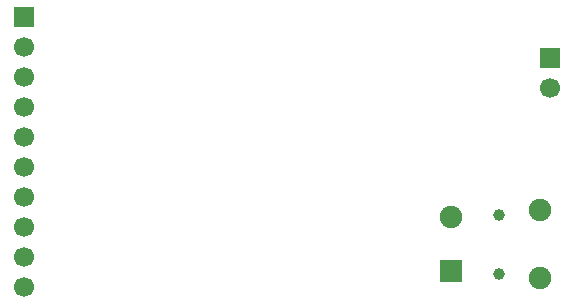
<source format=gbr>
%TF.GenerationSoftware,KiCad,Pcbnew,9.0.2*%
%TF.CreationDate,2025-05-22T21:41:21+02:00*%
%TF.ProjectId,audio_eval01,61756469-6f5f-4657-9661-6c30312e6b69,rev?*%
%TF.SameCoordinates,Original*%
%TF.FileFunction,Soldermask,Bot*%
%TF.FilePolarity,Negative*%
%FSLAX46Y46*%
G04 Gerber Fmt 4.6, Leading zero omitted, Abs format (unit mm)*
G04 Created by KiCad (PCBNEW 9.0.2) date 2025-05-22 21:41:21*
%MOMM*%
%LPD*%
G01*
G04 APERTURE LIST*
%ADD10R,1.700000X1.700000*%
%ADD11C,1.700000*%
%ADD12C,1.000000*%
%ADD13R,1.900000X1.900000*%
%ADD14C,1.900000*%
G04 APERTURE END LIST*
D10*
%TO.C,J3*%
X168800000Y-78460000D03*
D11*
X168800000Y-81000000D03*
%TD*%
D10*
%TO.C,J1*%
X124200000Y-75000000D03*
D11*
X124200000Y-77540000D03*
X124200000Y-80080000D03*
X124200000Y-82620000D03*
X124200000Y-85160000D03*
X124200000Y-87700000D03*
X124200000Y-90240000D03*
X124200000Y-92780000D03*
X124200000Y-95320000D03*
X124200000Y-97860000D03*
%TD*%
D12*
%TO.C,J2*%
X164400000Y-96750000D03*
X164400000Y-91750000D03*
D13*
X160400000Y-96500000D03*
D14*
X160400000Y-92000000D03*
X167900000Y-97150000D03*
X167900000Y-91350000D03*
%TD*%
M02*

</source>
